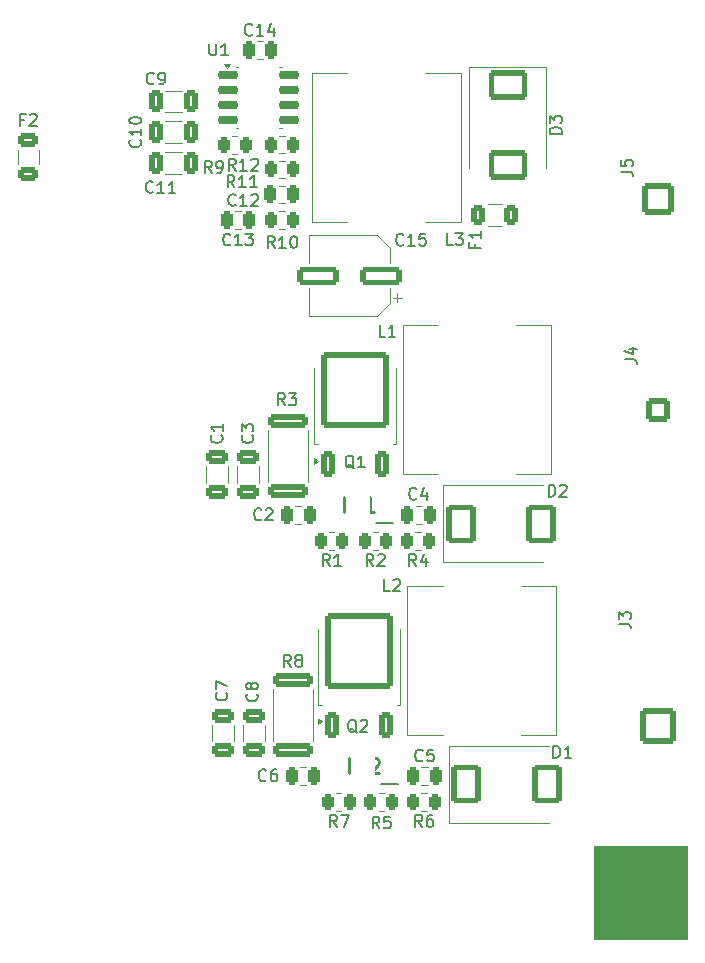
<source format=gto>
G04 #@! TF.GenerationSoftware,KiCad,Pcbnew,8.0.6*
G04 #@! TF.CreationDate,2025-04-03T20:59:00+02:00*
G04 #@! TF.ProjectId,UV-Lamp,55562d4c-616d-4702-9e6b-696361645f70,v2.0*
G04 #@! TF.SameCoordinates,Original*
G04 #@! TF.FileFunction,Legend,Top*
G04 #@! TF.FilePolarity,Positive*
%FSLAX46Y46*%
G04 Gerber Fmt 4.6, Leading zero omitted, Abs format (unit mm)*
G04 Created by KiCad (PCBNEW 8.0.6) date 2025-04-03 20:59:00*
%MOMM*%
%LPD*%
G01*
G04 APERTURE LIST*
G04 Aperture macros list*
%AMRoundRect*
0 Rectangle with rounded corners*
0 $1 Rounding radius*
0 $2 $3 $4 $5 $6 $7 $8 $9 X,Y pos of 4 corners*
0 Add a 4 corners polygon primitive as box body*
4,1,4,$2,$3,$4,$5,$6,$7,$8,$9,$2,$3,0*
0 Add four circle primitives for the rounded corners*
1,1,$1+$1,$2,$3*
1,1,$1+$1,$4,$5*
1,1,$1+$1,$6,$7*
1,1,$1+$1,$8,$9*
0 Add four rect primitives between the rounded corners*
20,1,$1+$1,$2,$3,$4,$5,0*
20,1,$1+$1,$4,$5,$6,$7,0*
20,1,$1+$1,$6,$7,$8,$9,0*
20,1,$1+$1,$8,$9,$2,$3,0*%
G04 Aperture macros list end*
%ADD10C,0.150000*%
%ADD11C,0.254000*%
%ADD12C,0.120000*%
%ADD13C,0.200000*%
%ADD14RoundRect,0.250000X0.650000X-0.325000X0.650000X0.325000X-0.650000X0.325000X-0.650000X-0.325000X0*%
%ADD15R,5.400000X2.900000*%
%ADD16RoundRect,0.250000X-0.262500X-0.450000X0.262500X-0.450000X0.262500X0.450000X-0.262500X0.450000X0*%
%ADD17R,1.400000X0.300000*%
%ADD18R,1.880000X2.050000*%
%ADD19RoundRect,0.250000X1.000000X-1.400000X1.000000X1.400000X-1.000000X1.400000X-1.000000X-1.400000X0*%
%ADD20RoundRect,0.250000X0.262500X0.450000X-0.262500X0.450000X-0.262500X-0.450000X0.262500X-0.450000X0*%
%ADD21RoundRect,0.250000X-0.250000X-0.475000X0.250000X-0.475000X0.250000X0.475000X-0.250000X0.475000X0*%
%ADD22RoundRect,0.250000X0.325000X0.650000X-0.325000X0.650000X-0.325000X-0.650000X0.325000X-0.650000X0*%
%ADD23RoundRect,0.250000X0.250000X0.475000X-0.250000X0.475000X-0.250000X-0.475000X0.250000X-0.475000X0*%
%ADD24RoundRect,0.250000X0.350000X-0.850000X0.350000X0.850000X-0.350000X0.850000X-0.350000X-0.850000X0*%
%ADD25RoundRect,0.249997X2.650003X-2.950003X2.650003X2.950003X-2.650003X2.950003X-2.650003X-2.950003X0*%
%ADD26RoundRect,0.250000X-1.400000X-1.000000X1.400000X-1.000000X1.400000X1.000000X-1.400000X1.000000X0*%
%ADD27RoundRect,0.250002X-1.699998X-1.699998X1.699998X-1.699998X1.699998X1.699998X-1.699998X1.699998X0*%
%ADD28C,5.700000*%
%ADD29RoundRect,0.250000X1.500000X0.550000X-1.500000X0.550000X-1.500000X-0.550000X1.500000X-0.550000X0*%
%ADD30RoundRect,0.250000X-0.625000X0.375000X-0.625000X-0.375000X0.625000X-0.375000X0.625000X0.375000X0*%
%ADD31RoundRect,0.250000X-0.375000X-0.625000X0.375000X-0.625000X0.375000X0.625000X-0.375000X0.625000X0*%
%ADD32R,2.400000X3.100000*%
%ADD33RoundRect,0.150000X-0.737500X-0.150000X0.737500X-0.150000X0.737500X0.150000X-0.737500X0.150000X0*%
%ADD34RoundRect,0.250000X1.125000X-1.125000X1.125000X1.125000X-1.125000X1.125000X-1.125000X-1.125000X0*%
%ADD35C,2.750000*%
%ADD36RoundRect,0.249999X1.300001X-1.300001X1.300001X1.300001X-1.300001X1.300001X-1.300001X-1.300001X0*%
%ADD37C,3.100000*%
%ADD38RoundRect,0.250001X0.799999X-0.799999X0.799999X0.799999X-0.799999X0.799999X-0.799999X-0.799999X0*%
%ADD39C,2.100000*%
%ADD40RoundRect,0.250000X1.425000X-0.362500X1.425000X0.362500X-1.425000X0.362500X-1.425000X-0.362500X0*%
%ADD41R,2.500000X2.500000*%
%ADD42C,2.500000*%
%ADD43C,4.000000*%
G04 APERTURE END LIST*
G36*
X161700000Y-126900000D02*
G01*
X169700000Y-126900000D01*
X169700000Y-134900000D01*
X161700000Y-134900000D01*
X161700000Y-126900000D01*
G37*
D10*
X132759580Y-92166666D02*
X132807200Y-92214285D01*
X132807200Y-92214285D02*
X132854819Y-92357142D01*
X132854819Y-92357142D02*
X132854819Y-92452380D01*
X132854819Y-92452380D02*
X132807200Y-92595237D01*
X132807200Y-92595237D02*
X132711961Y-92690475D01*
X132711961Y-92690475D02*
X132616723Y-92738094D01*
X132616723Y-92738094D02*
X132426247Y-92785713D01*
X132426247Y-92785713D02*
X132283390Y-92785713D01*
X132283390Y-92785713D02*
X132092914Y-92738094D01*
X132092914Y-92738094D02*
X131997676Y-92690475D01*
X131997676Y-92690475D02*
X131902438Y-92595237D01*
X131902438Y-92595237D02*
X131854819Y-92452380D01*
X131854819Y-92452380D02*
X131854819Y-92357142D01*
X131854819Y-92357142D02*
X131902438Y-92214285D01*
X131902438Y-92214285D02*
X131950057Y-92166666D01*
X131854819Y-91833332D02*
X131854819Y-91214285D01*
X131854819Y-91214285D02*
X132235771Y-91547618D01*
X132235771Y-91547618D02*
X132235771Y-91404761D01*
X132235771Y-91404761D02*
X132283390Y-91309523D01*
X132283390Y-91309523D02*
X132331009Y-91261904D01*
X132331009Y-91261904D02*
X132426247Y-91214285D01*
X132426247Y-91214285D02*
X132664342Y-91214285D01*
X132664342Y-91214285D02*
X132759580Y-91261904D01*
X132759580Y-91261904D02*
X132807200Y-91309523D01*
X132807200Y-91309523D02*
X132854819Y-91404761D01*
X132854819Y-91404761D02*
X132854819Y-91690475D01*
X132854819Y-91690475D02*
X132807200Y-91785713D01*
X132807200Y-91785713D02*
X132759580Y-91833332D01*
X149733333Y-76054819D02*
X149257143Y-76054819D01*
X149257143Y-76054819D02*
X149257143Y-75054819D01*
X149971429Y-75054819D02*
X150590476Y-75054819D01*
X150590476Y-75054819D02*
X150257143Y-75435771D01*
X150257143Y-75435771D02*
X150400000Y-75435771D01*
X150400000Y-75435771D02*
X150495238Y-75483390D01*
X150495238Y-75483390D02*
X150542857Y-75531009D01*
X150542857Y-75531009D02*
X150590476Y-75626247D01*
X150590476Y-75626247D02*
X150590476Y-75864342D01*
X150590476Y-75864342D02*
X150542857Y-75959580D01*
X150542857Y-75959580D02*
X150495238Y-76007200D01*
X150495238Y-76007200D02*
X150400000Y-76054819D01*
X150400000Y-76054819D02*
X150114286Y-76054819D01*
X150114286Y-76054819D02*
X150019048Y-76007200D01*
X150019048Y-76007200D02*
X149971429Y-75959580D01*
X129333333Y-69954819D02*
X129000000Y-69478628D01*
X128761905Y-69954819D02*
X128761905Y-68954819D01*
X128761905Y-68954819D02*
X129142857Y-68954819D01*
X129142857Y-68954819D02*
X129238095Y-69002438D01*
X129238095Y-69002438D02*
X129285714Y-69050057D01*
X129285714Y-69050057D02*
X129333333Y-69145295D01*
X129333333Y-69145295D02*
X129333333Y-69288152D01*
X129333333Y-69288152D02*
X129285714Y-69383390D01*
X129285714Y-69383390D02*
X129238095Y-69431009D01*
X129238095Y-69431009D02*
X129142857Y-69478628D01*
X129142857Y-69478628D02*
X128761905Y-69478628D01*
X129809524Y-69954819D02*
X130000000Y-69954819D01*
X130000000Y-69954819D02*
X130095238Y-69907200D01*
X130095238Y-69907200D02*
X130142857Y-69859580D01*
X130142857Y-69859580D02*
X130238095Y-69716723D01*
X130238095Y-69716723D02*
X130285714Y-69526247D01*
X130285714Y-69526247D02*
X130285714Y-69145295D01*
X130285714Y-69145295D02*
X130238095Y-69050057D01*
X130238095Y-69050057D02*
X130190476Y-69002438D01*
X130190476Y-69002438D02*
X130095238Y-68954819D01*
X130095238Y-68954819D02*
X129904762Y-68954819D01*
X129904762Y-68954819D02*
X129809524Y-69002438D01*
X129809524Y-69002438D02*
X129761905Y-69050057D01*
X129761905Y-69050057D02*
X129714286Y-69145295D01*
X129714286Y-69145295D02*
X129714286Y-69383390D01*
X129714286Y-69383390D02*
X129761905Y-69478628D01*
X129761905Y-69478628D02*
X129809524Y-69526247D01*
X129809524Y-69526247D02*
X129904762Y-69573866D01*
X129904762Y-69573866D02*
X130095238Y-69573866D01*
X130095238Y-69573866D02*
X130190476Y-69526247D01*
X130190476Y-69526247D02*
X130238095Y-69478628D01*
X130238095Y-69478628D02*
X130285714Y-69383390D01*
D11*
X140532737Y-98699318D02*
X140532737Y-97429318D01*
X141863214Y-98578365D02*
X141802738Y-98638842D01*
X141802738Y-98638842D02*
X141621309Y-98699318D01*
X141621309Y-98699318D02*
X141500357Y-98699318D01*
X141500357Y-98699318D02*
X141318928Y-98638842D01*
X141318928Y-98638842D02*
X141197976Y-98517889D01*
X141197976Y-98517889D02*
X141137499Y-98396937D01*
X141137499Y-98396937D02*
X141077023Y-98155032D01*
X141077023Y-98155032D02*
X141077023Y-97973603D01*
X141077023Y-97973603D02*
X141137499Y-97731699D01*
X141137499Y-97731699D02*
X141197976Y-97610746D01*
X141197976Y-97610746D02*
X141318928Y-97489794D01*
X141318928Y-97489794D02*
X141500357Y-97429318D01*
X141500357Y-97429318D02*
X141621309Y-97429318D01*
X141621309Y-97429318D02*
X141802738Y-97489794D01*
X141802738Y-97489794D02*
X141863214Y-97550270D01*
X143072738Y-98699318D02*
X142347023Y-98699318D01*
X142709880Y-98699318D02*
X142709880Y-97429318D01*
X142709880Y-97429318D02*
X142588928Y-97610746D01*
X142588928Y-97610746D02*
X142467976Y-97731699D01*
X142467976Y-97731699D02*
X142347023Y-97792175D01*
D10*
X158261905Y-119454819D02*
X158261905Y-118454819D01*
X158261905Y-118454819D02*
X158500000Y-118454819D01*
X158500000Y-118454819D02*
X158642857Y-118502438D01*
X158642857Y-118502438D02*
X158738095Y-118597676D01*
X158738095Y-118597676D02*
X158785714Y-118692914D01*
X158785714Y-118692914D02*
X158833333Y-118883390D01*
X158833333Y-118883390D02*
X158833333Y-119026247D01*
X158833333Y-119026247D02*
X158785714Y-119216723D01*
X158785714Y-119216723D02*
X158738095Y-119311961D01*
X158738095Y-119311961D02*
X158642857Y-119407200D01*
X158642857Y-119407200D02*
X158500000Y-119454819D01*
X158500000Y-119454819D02*
X158261905Y-119454819D01*
X159785714Y-119454819D02*
X159214286Y-119454819D01*
X159500000Y-119454819D02*
X159500000Y-118454819D01*
X159500000Y-118454819D02*
X159404762Y-118597676D01*
X159404762Y-118597676D02*
X159309524Y-118692914D01*
X159309524Y-118692914D02*
X159214286Y-118740533D01*
X146645833Y-103229819D02*
X146312500Y-102753628D01*
X146074405Y-103229819D02*
X146074405Y-102229819D01*
X146074405Y-102229819D02*
X146455357Y-102229819D01*
X146455357Y-102229819D02*
X146550595Y-102277438D01*
X146550595Y-102277438D02*
X146598214Y-102325057D01*
X146598214Y-102325057D02*
X146645833Y-102420295D01*
X146645833Y-102420295D02*
X146645833Y-102563152D01*
X146645833Y-102563152D02*
X146598214Y-102658390D01*
X146598214Y-102658390D02*
X146550595Y-102706009D01*
X146550595Y-102706009D02*
X146455357Y-102753628D01*
X146455357Y-102753628D02*
X146074405Y-102753628D01*
X147502976Y-102563152D02*
X147502976Y-103229819D01*
X147264881Y-102182200D02*
X147026786Y-102896485D01*
X147026786Y-102896485D02*
X147645833Y-102896485D01*
X130559580Y-113966666D02*
X130607200Y-114014285D01*
X130607200Y-114014285D02*
X130654819Y-114157142D01*
X130654819Y-114157142D02*
X130654819Y-114252380D01*
X130654819Y-114252380D02*
X130607200Y-114395237D01*
X130607200Y-114395237D02*
X130511961Y-114490475D01*
X130511961Y-114490475D02*
X130416723Y-114538094D01*
X130416723Y-114538094D02*
X130226247Y-114585713D01*
X130226247Y-114585713D02*
X130083390Y-114585713D01*
X130083390Y-114585713D02*
X129892914Y-114538094D01*
X129892914Y-114538094D02*
X129797676Y-114490475D01*
X129797676Y-114490475D02*
X129702438Y-114395237D01*
X129702438Y-114395237D02*
X129654819Y-114252380D01*
X129654819Y-114252380D02*
X129654819Y-114157142D01*
X129654819Y-114157142D02*
X129702438Y-114014285D01*
X129702438Y-114014285D02*
X129750057Y-113966666D01*
X129654819Y-113633332D02*
X129654819Y-112966666D01*
X129654819Y-112966666D02*
X130654819Y-113395237D01*
X146660833Y-97509580D02*
X146613214Y-97557200D01*
X146613214Y-97557200D02*
X146470357Y-97604819D01*
X146470357Y-97604819D02*
X146375119Y-97604819D01*
X146375119Y-97604819D02*
X146232262Y-97557200D01*
X146232262Y-97557200D02*
X146137024Y-97461961D01*
X146137024Y-97461961D02*
X146089405Y-97366723D01*
X146089405Y-97366723D02*
X146041786Y-97176247D01*
X146041786Y-97176247D02*
X146041786Y-97033390D01*
X146041786Y-97033390D02*
X146089405Y-96842914D01*
X146089405Y-96842914D02*
X146137024Y-96747676D01*
X146137024Y-96747676D02*
X146232262Y-96652438D01*
X146232262Y-96652438D02*
X146375119Y-96604819D01*
X146375119Y-96604819D02*
X146470357Y-96604819D01*
X146470357Y-96604819D02*
X146613214Y-96652438D01*
X146613214Y-96652438D02*
X146660833Y-96700057D01*
X147517976Y-96938152D02*
X147517976Y-97604819D01*
X147279881Y-96557200D02*
X147041786Y-97271485D01*
X147041786Y-97271485D02*
X147660833Y-97271485D01*
X124357142Y-71559580D02*
X124309523Y-71607200D01*
X124309523Y-71607200D02*
X124166666Y-71654819D01*
X124166666Y-71654819D02*
X124071428Y-71654819D01*
X124071428Y-71654819D02*
X123928571Y-71607200D01*
X123928571Y-71607200D02*
X123833333Y-71511961D01*
X123833333Y-71511961D02*
X123785714Y-71416723D01*
X123785714Y-71416723D02*
X123738095Y-71226247D01*
X123738095Y-71226247D02*
X123738095Y-71083390D01*
X123738095Y-71083390D02*
X123785714Y-70892914D01*
X123785714Y-70892914D02*
X123833333Y-70797676D01*
X123833333Y-70797676D02*
X123928571Y-70702438D01*
X123928571Y-70702438D02*
X124071428Y-70654819D01*
X124071428Y-70654819D02*
X124166666Y-70654819D01*
X124166666Y-70654819D02*
X124309523Y-70702438D01*
X124309523Y-70702438D02*
X124357142Y-70750057D01*
X125309523Y-71654819D02*
X124738095Y-71654819D01*
X125023809Y-71654819D02*
X125023809Y-70654819D01*
X125023809Y-70654819D02*
X124928571Y-70797676D01*
X124928571Y-70797676D02*
X124833333Y-70892914D01*
X124833333Y-70892914D02*
X124738095Y-70940533D01*
X126261904Y-71654819D02*
X125690476Y-71654819D01*
X125976190Y-71654819D02*
X125976190Y-70654819D01*
X125976190Y-70654819D02*
X125880952Y-70797676D01*
X125880952Y-70797676D02*
X125785714Y-70892914D01*
X125785714Y-70892914D02*
X125690476Y-70940533D01*
X147145833Y-125304819D02*
X146812500Y-124828628D01*
X146574405Y-125304819D02*
X146574405Y-124304819D01*
X146574405Y-124304819D02*
X146955357Y-124304819D01*
X146955357Y-124304819D02*
X147050595Y-124352438D01*
X147050595Y-124352438D02*
X147098214Y-124400057D01*
X147098214Y-124400057D02*
X147145833Y-124495295D01*
X147145833Y-124495295D02*
X147145833Y-124638152D01*
X147145833Y-124638152D02*
X147098214Y-124733390D01*
X147098214Y-124733390D02*
X147050595Y-124781009D01*
X147050595Y-124781009D02*
X146955357Y-124828628D01*
X146955357Y-124828628D02*
X146574405Y-124828628D01*
X148002976Y-124304819D02*
X147812500Y-124304819D01*
X147812500Y-124304819D02*
X147717262Y-124352438D01*
X147717262Y-124352438D02*
X147669643Y-124400057D01*
X147669643Y-124400057D02*
X147574405Y-124542914D01*
X147574405Y-124542914D02*
X147526786Y-124733390D01*
X147526786Y-124733390D02*
X147526786Y-125114342D01*
X147526786Y-125114342D02*
X147574405Y-125209580D01*
X147574405Y-125209580D02*
X147622024Y-125257200D01*
X147622024Y-125257200D02*
X147717262Y-125304819D01*
X147717262Y-125304819D02*
X147907738Y-125304819D01*
X147907738Y-125304819D02*
X148002976Y-125257200D01*
X148002976Y-125257200D02*
X148050595Y-125209580D01*
X148050595Y-125209580D02*
X148098214Y-125114342D01*
X148098214Y-125114342D02*
X148098214Y-124876247D01*
X148098214Y-124876247D02*
X148050595Y-124781009D01*
X148050595Y-124781009D02*
X148002976Y-124733390D01*
X148002976Y-124733390D02*
X147907738Y-124685771D01*
X147907738Y-124685771D02*
X147717262Y-124685771D01*
X147717262Y-124685771D02*
X147622024Y-124733390D01*
X147622024Y-124733390D02*
X147574405Y-124781009D01*
X147574405Y-124781009D02*
X147526786Y-124876247D01*
X139320833Y-103229819D02*
X138987500Y-102753628D01*
X138749405Y-103229819D02*
X138749405Y-102229819D01*
X138749405Y-102229819D02*
X139130357Y-102229819D01*
X139130357Y-102229819D02*
X139225595Y-102277438D01*
X139225595Y-102277438D02*
X139273214Y-102325057D01*
X139273214Y-102325057D02*
X139320833Y-102420295D01*
X139320833Y-102420295D02*
X139320833Y-102563152D01*
X139320833Y-102563152D02*
X139273214Y-102658390D01*
X139273214Y-102658390D02*
X139225595Y-102706009D01*
X139225595Y-102706009D02*
X139130357Y-102753628D01*
X139130357Y-102753628D02*
X138749405Y-102753628D01*
X140273214Y-103229819D02*
X139701786Y-103229819D01*
X139987500Y-103229819D02*
X139987500Y-102229819D01*
X139987500Y-102229819D02*
X139892262Y-102372676D01*
X139892262Y-102372676D02*
X139797024Y-102467914D01*
X139797024Y-102467914D02*
X139701786Y-102515533D01*
X130907142Y-75989580D02*
X130859523Y-76037200D01*
X130859523Y-76037200D02*
X130716666Y-76084819D01*
X130716666Y-76084819D02*
X130621428Y-76084819D01*
X130621428Y-76084819D02*
X130478571Y-76037200D01*
X130478571Y-76037200D02*
X130383333Y-75941961D01*
X130383333Y-75941961D02*
X130335714Y-75846723D01*
X130335714Y-75846723D02*
X130288095Y-75656247D01*
X130288095Y-75656247D02*
X130288095Y-75513390D01*
X130288095Y-75513390D02*
X130335714Y-75322914D01*
X130335714Y-75322914D02*
X130383333Y-75227676D01*
X130383333Y-75227676D02*
X130478571Y-75132438D01*
X130478571Y-75132438D02*
X130621428Y-75084819D01*
X130621428Y-75084819D02*
X130716666Y-75084819D01*
X130716666Y-75084819D02*
X130859523Y-75132438D01*
X130859523Y-75132438D02*
X130907142Y-75180057D01*
X131859523Y-76084819D02*
X131288095Y-76084819D01*
X131573809Y-76084819D02*
X131573809Y-75084819D01*
X131573809Y-75084819D02*
X131478571Y-75227676D01*
X131478571Y-75227676D02*
X131383333Y-75322914D01*
X131383333Y-75322914D02*
X131288095Y-75370533D01*
X132192857Y-75084819D02*
X132811904Y-75084819D01*
X132811904Y-75084819D02*
X132478571Y-75465771D01*
X132478571Y-75465771D02*
X132621428Y-75465771D01*
X132621428Y-75465771D02*
X132716666Y-75513390D01*
X132716666Y-75513390D02*
X132764285Y-75561009D01*
X132764285Y-75561009D02*
X132811904Y-75656247D01*
X132811904Y-75656247D02*
X132811904Y-75894342D01*
X132811904Y-75894342D02*
X132764285Y-75989580D01*
X132764285Y-75989580D02*
X132716666Y-76037200D01*
X132716666Y-76037200D02*
X132621428Y-76084819D01*
X132621428Y-76084819D02*
X132335714Y-76084819D01*
X132335714Y-76084819D02*
X132240476Y-76037200D01*
X132240476Y-76037200D02*
X132192857Y-75989580D01*
X141379761Y-94975057D02*
X141284523Y-94927438D01*
X141284523Y-94927438D02*
X141189285Y-94832200D01*
X141189285Y-94832200D02*
X141046428Y-94689342D01*
X141046428Y-94689342D02*
X140951190Y-94641723D01*
X140951190Y-94641723D02*
X140855952Y-94641723D01*
X140903571Y-94879819D02*
X140808333Y-94832200D01*
X140808333Y-94832200D02*
X140713095Y-94736961D01*
X140713095Y-94736961D02*
X140665476Y-94546485D01*
X140665476Y-94546485D02*
X140665476Y-94213152D01*
X140665476Y-94213152D02*
X140713095Y-94022676D01*
X140713095Y-94022676D02*
X140808333Y-93927438D01*
X140808333Y-93927438D02*
X140903571Y-93879819D01*
X140903571Y-93879819D02*
X141094047Y-93879819D01*
X141094047Y-93879819D02*
X141189285Y-93927438D01*
X141189285Y-93927438D02*
X141284523Y-94022676D01*
X141284523Y-94022676D02*
X141332142Y-94213152D01*
X141332142Y-94213152D02*
X141332142Y-94546485D01*
X141332142Y-94546485D02*
X141284523Y-94736961D01*
X141284523Y-94736961D02*
X141189285Y-94832200D01*
X141189285Y-94832200D02*
X141094047Y-94879819D01*
X141094047Y-94879819D02*
X140903571Y-94879819D01*
X142284523Y-94879819D02*
X141713095Y-94879819D01*
X141998809Y-94879819D02*
X141998809Y-93879819D01*
X141998809Y-93879819D02*
X141903571Y-94022676D01*
X141903571Y-94022676D02*
X141808333Y-94117914D01*
X141808333Y-94117914D02*
X141713095Y-94165533D01*
X144433333Y-105354819D02*
X143957143Y-105354819D01*
X143957143Y-105354819D02*
X143957143Y-104354819D01*
X144719048Y-104450057D02*
X144766667Y-104402438D01*
X144766667Y-104402438D02*
X144861905Y-104354819D01*
X144861905Y-104354819D02*
X145100000Y-104354819D01*
X145100000Y-104354819D02*
X145195238Y-104402438D01*
X145195238Y-104402438D02*
X145242857Y-104450057D01*
X145242857Y-104450057D02*
X145290476Y-104545295D01*
X145290476Y-104545295D02*
X145290476Y-104640533D01*
X145290476Y-104640533D02*
X145242857Y-104783390D01*
X145242857Y-104783390D02*
X144671429Y-105354819D01*
X144671429Y-105354819D02*
X145290476Y-105354819D01*
X144033333Y-83804819D02*
X143557143Y-83804819D01*
X143557143Y-83804819D02*
X143557143Y-82804819D01*
X144890476Y-83804819D02*
X144319048Y-83804819D01*
X144604762Y-83804819D02*
X144604762Y-82804819D01*
X144604762Y-82804819D02*
X144509524Y-82947676D01*
X144509524Y-82947676D02*
X144414286Y-83042914D01*
X144414286Y-83042914D02*
X144319048Y-83090533D01*
X158954819Y-66638094D02*
X157954819Y-66638094D01*
X157954819Y-66638094D02*
X157954819Y-66399999D01*
X157954819Y-66399999D02*
X158002438Y-66257142D01*
X158002438Y-66257142D02*
X158097676Y-66161904D01*
X158097676Y-66161904D02*
X158192914Y-66114285D01*
X158192914Y-66114285D02*
X158383390Y-66066666D01*
X158383390Y-66066666D02*
X158526247Y-66066666D01*
X158526247Y-66066666D02*
X158716723Y-66114285D01*
X158716723Y-66114285D02*
X158811961Y-66161904D01*
X158811961Y-66161904D02*
X158907200Y-66257142D01*
X158907200Y-66257142D02*
X158954819Y-66399999D01*
X158954819Y-66399999D02*
X158954819Y-66638094D01*
X157954819Y-65733332D02*
X157954819Y-65114285D01*
X157954819Y-65114285D02*
X158335771Y-65447618D01*
X158335771Y-65447618D02*
X158335771Y-65304761D01*
X158335771Y-65304761D02*
X158383390Y-65209523D01*
X158383390Y-65209523D02*
X158431009Y-65161904D01*
X158431009Y-65161904D02*
X158526247Y-65114285D01*
X158526247Y-65114285D02*
X158764342Y-65114285D01*
X158764342Y-65114285D02*
X158859580Y-65161904D01*
X158859580Y-65161904D02*
X158907200Y-65209523D01*
X158907200Y-65209523D02*
X158954819Y-65304761D01*
X158954819Y-65304761D02*
X158954819Y-65590475D01*
X158954819Y-65590475D02*
X158907200Y-65685713D01*
X158907200Y-65685713D02*
X158859580Y-65733332D01*
X145557142Y-76009580D02*
X145509523Y-76057200D01*
X145509523Y-76057200D02*
X145366666Y-76104819D01*
X145366666Y-76104819D02*
X145271428Y-76104819D01*
X145271428Y-76104819D02*
X145128571Y-76057200D01*
X145128571Y-76057200D02*
X145033333Y-75961961D01*
X145033333Y-75961961D02*
X144985714Y-75866723D01*
X144985714Y-75866723D02*
X144938095Y-75676247D01*
X144938095Y-75676247D02*
X144938095Y-75533390D01*
X144938095Y-75533390D02*
X144985714Y-75342914D01*
X144985714Y-75342914D02*
X145033333Y-75247676D01*
X145033333Y-75247676D02*
X145128571Y-75152438D01*
X145128571Y-75152438D02*
X145271428Y-75104819D01*
X145271428Y-75104819D02*
X145366666Y-75104819D01*
X145366666Y-75104819D02*
X145509523Y-75152438D01*
X145509523Y-75152438D02*
X145557142Y-75200057D01*
X146509523Y-76104819D02*
X145938095Y-76104819D01*
X146223809Y-76104819D02*
X146223809Y-75104819D01*
X146223809Y-75104819D02*
X146128571Y-75247676D01*
X146128571Y-75247676D02*
X146033333Y-75342914D01*
X146033333Y-75342914D02*
X145938095Y-75390533D01*
X147414285Y-75104819D02*
X146938095Y-75104819D01*
X146938095Y-75104819D02*
X146890476Y-75581009D01*
X146890476Y-75581009D02*
X146938095Y-75533390D01*
X146938095Y-75533390D02*
X147033333Y-75485771D01*
X147033333Y-75485771D02*
X147271428Y-75485771D01*
X147271428Y-75485771D02*
X147366666Y-75533390D01*
X147366666Y-75533390D02*
X147414285Y-75581009D01*
X147414285Y-75581009D02*
X147461904Y-75676247D01*
X147461904Y-75676247D02*
X147461904Y-75914342D01*
X147461904Y-75914342D02*
X147414285Y-76009580D01*
X147414285Y-76009580D02*
X147366666Y-76057200D01*
X147366666Y-76057200D02*
X147271428Y-76104819D01*
X147271428Y-76104819D02*
X147033333Y-76104819D01*
X147033333Y-76104819D02*
X146938095Y-76057200D01*
X146938095Y-76057200D02*
X146890476Y-76009580D01*
X133533333Y-99259580D02*
X133485714Y-99307200D01*
X133485714Y-99307200D02*
X133342857Y-99354819D01*
X133342857Y-99354819D02*
X133247619Y-99354819D01*
X133247619Y-99354819D02*
X133104762Y-99307200D01*
X133104762Y-99307200D02*
X133009524Y-99211961D01*
X133009524Y-99211961D02*
X132961905Y-99116723D01*
X132961905Y-99116723D02*
X132914286Y-98926247D01*
X132914286Y-98926247D02*
X132914286Y-98783390D01*
X132914286Y-98783390D02*
X132961905Y-98592914D01*
X132961905Y-98592914D02*
X133009524Y-98497676D01*
X133009524Y-98497676D02*
X133104762Y-98402438D01*
X133104762Y-98402438D02*
X133247619Y-98354819D01*
X133247619Y-98354819D02*
X133342857Y-98354819D01*
X133342857Y-98354819D02*
X133485714Y-98402438D01*
X133485714Y-98402438D02*
X133533333Y-98450057D01*
X133914286Y-98450057D02*
X133961905Y-98402438D01*
X133961905Y-98402438D02*
X134057143Y-98354819D01*
X134057143Y-98354819D02*
X134295238Y-98354819D01*
X134295238Y-98354819D02*
X134390476Y-98402438D01*
X134390476Y-98402438D02*
X134438095Y-98450057D01*
X134438095Y-98450057D02*
X134485714Y-98545295D01*
X134485714Y-98545295D02*
X134485714Y-98640533D01*
X134485714Y-98640533D02*
X134438095Y-98783390D01*
X134438095Y-98783390D02*
X133866667Y-99354819D01*
X133866667Y-99354819D02*
X134485714Y-99354819D01*
X113466666Y-65431009D02*
X113133333Y-65431009D01*
X113133333Y-65954819D02*
X113133333Y-64954819D01*
X113133333Y-64954819D02*
X113609523Y-64954819D01*
X113942857Y-65050057D02*
X113990476Y-65002438D01*
X113990476Y-65002438D02*
X114085714Y-64954819D01*
X114085714Y-64954819D02*
X114323809Y-64954819D01*
X114323809Y-64954819D02*
X114419047Y-65002438D01*
X114419047Y-65002438D02*
X114466666Y-65050057D01*
X114466666Y-65050057D02*
X114514285Y-65145295D01*
X114514285Y-65145295D02*
X114514285Y-65240533D01*
X114514285Y-65240533D02*
X114466666Y-65383390D01*
X114466666Y-65383390D02*
X113895238Y-65954819D01*
X113895238Y-65954819D02*
X114514285Y-65954819D01*
X124433333Y-62359580D02*
X124385714Y-62407200D01*
X124385714Y-62407200D02*
X124242857Y-62454819D01*
X124242857Y-62454819D02*
X124147619Y-62454819D01*
X124147619Y-62454819D02*
X124004762Y-62407200D01*
X124004762Y-62407200D02*
X123909524Y-62311961D01*
X123909524Y-62311961D02*
X123861905Y-62216723D01*
X123861905Y-62216723D02*
X123814286Y-62026247D01*
X123814286Y-62026247D02*
X123814286Y-61883390D01*
X123814286Y-61883390D02*
X123861905Y-61692914D01*
X123861905Y-61692914D02*
X123909524Y-61597676D01*
X123909524Y-61597676D02*
X124004762Y-61502438D01*
X124004762Y-61502438D02*
X124147619Y-61454819D01*
X124147619Y-61454819D02*
X124242857Y-61454819D01*
X124242857Y-61454819D02*
X124385714Y-61502438D01*
X124385714Y-61502438D02*
X124433333Y-61550057D01*
X124909524Y-62454819D02*
X125100000Y-62454819D01*
X125100000Y-62454819D02*
X125195238Y-62407200D01*
X125195238Y-62407200D02*
X125242857Y-62359580D01*
X125242857Y-62359580D02*
X125338095Y-62216723D01*
X125338095Y-62216723D02*
X125385714Y-62026247D01*
X125385714Y-62026247D02*
X125385714Y-61645295D01*
X125385714Y-61645295D02*
X125338095Y-61550057D01*
X125338095Y-61550057D02*
X125290476Y-61502438D01*
X125290476Y-61502438D02*
X125195238Y-61454819D01*
X125195238Y-61454819D02*
X125004762Y-61454819D01*
X125004762Y-61454819D02*
X124909524Y-61502438D01*
X124909524Y-61502438D02*
X124861905Y-61550057D01*
X124861905Y-61550057D02*
X124814286Y-61645295D01*
X124814286Y-61645295D02*
X124814286Y-61883390D01*
X124814286Y-61883390D02*
X124861905Y-61978628D01*
X124861905Y-61978628D02*
X124909524Y-62026247D01*
X124909524Y-62026247D02*
X125004762Y-62073866D01*
X125004762Y-62073866D02*
X125195238Y-62073866D01*
X125195238Y-62073866D02*
X125290476Y-62026247D01*
X125290476Y-62026247D02*
X125338095Y-61978628D01*
X125338095Y-61978628D02*
X125385714Y-61883390D01*
X133159580Y-114066666D02*
X133207200Y-114114285D01*
X133207200Y-114114285D02*
X133254819Y-114257142D01*
X133254819Y-114257142D02*
X133254819Y-114352380D01*
X133254819Y-114352380D02*
X133207200Y-114495237D01*
X133207200Y-114495237D02*
X133111961Y-114590475D01*
X133111961Y-114590475D02*
X133016723Y-114638094D01*
X133016723Y-114638094D02*
X132826247Y-114685713D01*
X132826247Y-114685713D02*
X132683390Y-114685713D01*
X132683390Y-114685713D02*
X132492914Y-114638094D01*
X132492914Y-114638094D02*
X132397676Y-114590475D01*
X132397676Y-114590475D02*
X132302438Y-114495237D01*
X132302438Y-114495237D02*
X132254819Y-114352380D01*
X132254819Y-114352380D02*
X132254819Y-114257142D01*
X132254819Y-114257142D02*
X132302438Y-114114285D01*
X132302438Y-114114285D02*
X132350057Y-114066666D01*
X132683390Y-113495237D02*
X132635771Y-113590475D01*
X132635771Y-113590475D02*
X132588152Y-113638094D01*
X132588152Y-113638094D02*
X132492914Y-113685713D01*
X132492914Y-113685713D02*
X132445295Y-113685713D01*
X132445295Y-113685713D02*
X132350057Y-113638094D01*
X132350057Y-113638094D02*
X132302438Y-113590475D01*
X132302438Y-113590475D02*
X132254819Y-113495237D01*
X132254819Y-113495237D02*
X132254819Y-113304761D01*
X132254819Y-113304761D02*
X132302438Y-113209523D01*
X132302438Y-113209523D02*
X132350057Y-113161904D01*
X132350057Y-113161904D02*
X132445295Y-113114285D01*
X132445295Y-113114285D02*
X132492914Y-113114285D01*
X132492914Y-113114285D02*
X132588152Y-113161904D01*
X132588152Y-113161904D02*
X132635771Y-113209523D01*
X132635771Y-113209523D02*
X132683390Y-113304761D01*
X132683390Y-113304761D02*
X132683390Y-113495237D01*
X132683390Y-113495237D02*
X132731009Y-113590475D01*
X132731009Y-113590475D02*
X132778628Y-113638094D01*
X132778628Y-113638094D02*
X132873866Y-113685713D01*
X132873866Y-113685713D02*
X133064342Y-113685713D01*
X133064342Y-113685713D02*
X133159580Y-113638094D01*
X133159580Y-113638094D02*
X133207200Y-113590475D01*
X133207200Y-113590475D02*
X133254819Y-113495237D01*
X133254819Y-113495237D02*
X133254819Y-113304761D01*
X133254819Y-113304761D02*
X133207200Y-113209523D01*
X133207200Y-113209523D02*
X133159580Y-113161904D01*
X133159580Y-113161904D02*
X133064342Y-113114285D01*
X133064342Y-113114285D02*
X132873866Y-113114285D01*
X132873866Y-113114285D02*
X132778628Y-113161904D01*
X132778628Y-113161904D02*
X132731009Y-113209523D01*
X132731009Y-113209523D02*
X132683390Y-113304761D01*
X151631009Y-75933333D02*
X151631009Y-76266666D01*
X152154819Y-76266666D02*
X151154819Y-76266666D01*
X151154819Y-76266666D02*
X151154819Y-75790476D01*
X152154819Y-74885714D02*
X152154819Y-75457142D01*
X152154819Y-75171428D02*
X151154819Y-75171428D01*
X151154819Y-75171428D02*
X151297676Y-75266666D01*
X151297676Y-75266666D02*
X151392914Y-75361904D01*
X151392914Y-75361904D02*
X151440533Y-75457142D01*
D11*
X140960237Y-120774318D02*
X140960237Y-119504318D01*
X142290714Y-120653365D02*
X142230238Y-120713842D01*
X142230238Y-120713842D02*
X142048809Y-120774318D01*
X142048809Y-120774318D02*
X141927857Y-120774318D01*
X141927857Y-120774318D02*
X141746428Y-120713842D01*
X141746428Y-120713842D02*
X141625476Y-120592889D01*
X141625476Y-120592889D02*
X141564999Y-120471937D01*
X141564999Y-120471937D02*
X141504523Y-120230032D01*
X141504523Y-120230032D02*
X141504523Y-120048603D01*
X141504523Y-120048603D02*
X141564999Y-119806699D01*
X141564999Y-119806699D02*
X141625476Y-119685746D01*
X141625476Y-119685746D02*
X141746428Y-119564794D01*
X141746428Y-119564794D02*
X141927857Y-119504318D01*
X141927857Y-119504318D02*
X142048809Y-119504318D01*
X142048809Y-119504318D02*
X142230238Y-119564794D01*
X142230238Y-119564794D02*
X142290714Y-119625270D01*
X142774523Y-119625270D02*
X142834999Y-119564794D01*
X142834999Y-119564794D02*
X142955952Y-119504318D01*
X142955952Y-119504318D02*
X143258333Y-119504318D01*
X143258333Y-119504318D02*
X143379285Y-119564794D01*
X143379285Y-119564794D02*
X143439761Y-119625270D01*
X143439761Y-119625270D02*
X143500238Y-119746222D01*
X143500238Y-119746222D02*
X143500238Y-119867175D01*
X143500238Y-119867175D02*
X143439761Y-120048603D01*
X143439761Y-120048603D02*
X142714047Y-120774318D01*
X142714047Y-120774318D02*
X143500238Y-120774318D01*
D10*
X157861905Y-97354819D02*
X157861905Y-96354819D01*
X157861905Y-96354819D02*
X158100000Y-96354819D01*
X158100000Y-96354819D02*
X158242857Y-96402438D01*
X158242857Y-96402438D02*
X158338095Y-96497676D01*
X158338095Y-96497676D02*
X158385714Y-96592914D01*
X158385714Y-96592914D02*
X158433333Y-96783390D01*
X158433333Y-96783390D02*
X158433333Y-96926247D01*
X158433333Y-96926247D02*
X158385714Y-97116723D01*
X158385714Y-97116723D02*
X158338095Y-97211961D01*
X158338095Y-97211961D02*
X158242857Y-97307200D01*
X158242857Y-97307200D02*
X158100000Y-97354819D01*
X158100000Y-97354819D02*
X157861905Y-97354819D01*
X158814286Y-96450057D02*
X158861905Y-96402438D01*
X158861905Y-96402438D02*
X158957143Y-96354819D01*
X158957143Y-96354819D02*
X159195238Y-96354819D01*
X159195238Y-96354819D02*
X159290476Y-96402438D01*
X159290476Y-96402438D02*
X159338095Y-96450057D01*
X159338095Y-96450057D02*
X159385714Y-96545295D01*
X159385714Y-96545295D02*
X159385714Y-96640533D01*
X159385714Y-96640533D02*
X159338095Y-96783390D01*
X159338095Y-96783390D02*
X158766667Y-97354819D01*
X158766667Y-97354819D02*
X159385714Y-97354819D01*
X131357142Y-69754819D02*
X131023809Y-69278628D01*
X130785714Y-69754819D02*
X130785714Y-68754819D01*
X130785714Y-68754819D02*
X131166666Y-68754819D01*
X131166666Y-68754819D02*
X131261904Y-68802438D01*
X131261904Y-68802438D02*
X131309523Y-68850057D01*
X131309523Y-68850057D02*
X131357142Y-68945295D01*
X131357142Y-68945295D02*
X131357142Y-69088152D01*
X131357142Y-69088152D02*
X131309523Y-69183390D01*
X131309523Y-69183390D02*
X131261904Y-69231009D01*
X131261904Y-69231009D02*
X131166666Y-69278628D01*
X131166666Y-69278628D02*
X130785714Y-69278628D01*
X132309523Y-69754819D02*
X131738095Y-69754819D01*
X132023809Y-69754819D02*
X132023809Y-68754819D01*
X132023809Y-68754819D02*
X131928571Y-68897676D01*
X131928571Y-68897676D02*
X131833333Y-68992914D01*
X131833333Y-68992914D02*
X131738095Y-69040533D01*
X132690476Y-68850057D02*
X132738095Y-68802438D01*
X132738095Y-68802438D02*
X132833333Y-68754819D01*
X132833333Y-68754819D02*
X133071428Y-68754819D01*
X133071428Y-68754819D02*
X133166666Y-68802438D01*
X133166666Y-68802438D02*
X133214285Y-68850057D01*
X133214285Y-68850057D02*
X133261904Y-68945295D01*
X133261904Y-68945295D02*
X133261904Y-69040533D01*
X133261904Y-69040533D02*
X133214285Y-69183390D01*
X133214285Y-69183390D02*
X132642857Y-69754819D01*
X132642857Y-69754819D02*
X133261904Y-69754819D01*
X129138095Y-59004819D02*
X129138095Y-59814342D01*
X129138095Y-59814342D02*
X129185714Y-59909580D01*
X129185714Y-59909580D02*
X129233333Y-59957200D01*
X129233333Y-59957200D02*
X129328571Y-60004819D01*
X129328571Y-60004819D02*
X129519047Y-60004819D01*
X129519047Y-60004819D02*
X129614285Y-59957200D01*
X129614285Y-59957200D02*
X129661904Y-59909580D01*
X129661904Y-59909580D02*
X129709523Y-59814342D01*
X129709523Y-59814342D02*
X129709523Y-59004819D01*
X130709523Y-60004819D02*
X130138095Y-60004819D01*
X130423809Y-60004819D02*
X130423809Y-59004819D01*
X130423809Y-59004819D02*
X130328571Y-59147676D01*
X130328571Y-59147676D02*
X130233333Y-59242914D01*
X130233333Y-59242914D02*
X130138095Y-59290533D01*
X141604761Y-117350057D02*
X141509523Y-117302438D01*
X141509523Y-117302438D02*
X141414285Y-117207200D01*
X141414285Y-117207200D02*
X141271428Y-117064342D01*
X141271428Y-117064342D02*
X141176190Y-117016723D01*
X141176190Y-117016723D02*
X141080952Y-117016723D01*
X141128571Y-117254819D02*
X141033333Y-117207200D01*
X141033333Y-117207200D02*
X140938095Y-117111961D01*
X140938095Y-117111961D02*
X140890476Y-116921485D01*
X140890476Y-116921485D02*
X140890476Y-116588152D01*
X140890476Y-116588152D02*
X140938095Y-116397676D01*
X140938095Y-116397676D02*
X141033333Y-116302438D01*
X141033333Y-116302438D02*
X141128571Y-116254819D01*
X141128571Y-116254819D02*
X141319047Y-116254819D01*
X141319047Y-116254819D02*
X141414285Y-116302438D01*
X141414285Y-116302438D02*
X141509523Y-116397676D01*
X141509523Y-116397676D02*
X141557142Y-116588152D01*
X141557142Y-116588152D02*
X141557142Y-116921485D01*
X141557142Y-116921485D02*
X141509523Y-117111961D01*
X141509523Y-117111961D02*
X141414285Y-117207200D01*
X141414285Y-117207200D02*
X141319047Y-117254819D01*
X141319047Y-117254819D02*
X141128571Y-117254819D01*
X141938095Y-116350057D02*
X141985714Y-116302438D01*
X141985714Y-116302438D02*
X142080952Y-116254819D01*
X142080952Y-116254819D02*
X142319047Y-116254819D01*
X142319047Y-116254819D02*
X142414285Y-116302438D01*
X142414285Y-116302438D02*
X142461904Y-116350057D01*
X142461904Y-116350057D02*
X142509523Y-116445295D01*
X142509523Y-116445295D02*
X142509523Y-116540533D01*
X142509523Y-116540533D02*
X142461904Y-116683390D01*
X142461904Y-116683390D02*
X141890476Y-117254819D01*
X141890476Y-117254819D02*
X142509523Y-117254819D01*
X131257142Y-71154819D02*
X130923809Y-70678628D01*
X130685714Y-71154819D02*
X130685714Y-70154819D01*
X130685714Y-70154819D02*
X131066666Y-70154819D01*
X131066666Y-70154819D02*
X131161904Y-70202438D01*
X131161904Y-70202438D02*
X131209523Y-70250057D01*
X131209523Y-70250057D02*
X131257142Y-70345295D01*
X131257142Y-70345295D02*
X131257142Y-70488152D01*
X131257142Y-70488152D02*
X131209523Y-70583390D01*
X131209523Y-70583390D02*
X131161904Y-70631009D01*
X131161904Y-70631009D02*
X131066666Y-70678628D01*
X131066666Y-70678628D02*
X130685714Y-70678628D01*
X132209523Y-71154819D02*
X131638095Y-71154819D01*
X131923809Y-71154819D02*
X131923809Y-70154819D01*
X131923809Y-70154819D02*
X131828571Y-70297676D01*
X131828571Y-70297676D02*
X131733333Y-70392914D01*
X131733333Y-70392914D02*
X131638095Y-70440533D01*
X133161904Y-71154819D02*
X132590476Y-71154819D01*
X132876190Y-71154819D02*
X132876190Y-70154819D01*
X132876190Y-70154819D02*
X132780952Y-70297676D01*
X132780952Y-70297676D02*
X132685714Y-70392914D01*
X132685714Y-70392914D02*
X132590476Y-70440533D01*
X163974819Y-69833333D02*
X164689104Y-69833333D01*
X164689104Y-69833333D02*
X164831961Y-69880952D01*
X164831961Y-69880952D02*
X164927200Y-69976190D01*
X164927200Y-69976190D02*
X164974819Y-70119047D01*
X164974819Y-70119047D02*
X164974819Y-70214285D01*
X163974819Y-68880952D02*
X163974819Y-69357142D01*
X163974819Y-69357142D02*
X164451009Y-69404761D01*
X164451009Y-69404761D02*
X164403390Y-69357142D01*
X164403390Y-69357142D02*
X164355771Y-69261904D01*
X164355771Y-69261904D02*
X164355771Y-69023809D01*
X164355771Y-69023809D02*
X164403390Y-68928571D01*
X164403390Y-68928571D02*
X164451009Y-68880952D01*
X164451009Y-68880952D02*
X164546247Y-68833333D01*
X164546247Y-68833333D02*
X164784342Y-68833333D01*
X164784342Y-68833333D02*
X164879580Y-68880952D01*
X164879580Y-68880952D02*
X164927200Y-68928571D01*
X164927200Y-68928571D02*
X164974819Y-69023809D01*
X164974819Y-69023809D02*
X164974819Y-69261904D01*
X164974819Y-69261904D02*
X164927200Y-69357142D01*
X164927200Y-69357142D02*
X164879580Y-69404761D01*
X131357142Y-72659580D02*
X131309523Y-72707200D01*
X131309523Y-72707200D02*
X131166666Y-72754819D01*
X131166666Y-72754819D02*
X131071428Y-72754819D01*
X131071428Y-72754819D02*
X130928571Y-72707200D01*
X130928571Y-72707200D02*
X130833333Y-72611961D01*
X130833333Y-72611961D02*
X130785714Y-72516723D01*
X130785714Y-72516723D02*
X130738095Y-72326247D01*
X130738095Y-72326247D02*
X130738095Y-72183390D01*
X130738095Y-72183390D02*
X130785714Y-71992914D01*
X130785714Y-71992914D02*
X130833333Y-71897676D01*
X130833333Y-71897676D02*
X130928571Y-71802438D01*
X130928571Y-71802438D02*
X131071428Y-71754819D01*
X131071428Y-71754819D02*
X131166666Y-71754819D01*
X131166666Y-71754819D02*
X131309523Y-71802438D01*
X131309523Y-71802438D02*
X131357142Y-71850057D01*
X132309523Y-72754819D02*
X131738095Y-72754819D01*
X132023809Y-72754819D02*
X132023809Y-71754819D01*
X132023809Y-71754819D02*
X131928571Y-71897676D01*
X131928571Y-71897676D02*
X131833333Y-71992914D01*
X131833333Y-71992914D02*
X131738095Y-72040533D01*
X132690476Y-71850057D02*
X132738095Y-71802438D01*
X132738095Y-71802438D02*
X132833333Y-71754819D01*
X132833333Y-71754819D02*
X133071428Y-71754819D01*
X133071428Y-71754819D02*
X133166666Y-71802438D01*
X133166666Y-71802438D02*
X133214285Y-71850057D01*
X133214285Y-71850057D02*
X133261904Y-71945295D01*
X133261904Y-71945295D02*
X133261904Y-72040533D01*
X133261904Y-72040533D02*
X133214285Y-72183390D01*
X133214285Y-72183390D02*
X132642857Y-72754819D01*
X132642857Y-72754819D02*
X133261904Y-72754819D01*
X132757142Y-58229580D02*
X132709523Y-58277200D01*
X132709523Y-58277200D02*
X132566666Y-58324819D01*
X132566666Y-58324819D02*
X132471428Y-58324819D01*
X132471428Y-58324819D02*
X132328571Y-58277200D01*
X132328571Y-58277200D02*
X132233333Y-58181961D01*
X132233333Y-58181961D02*
X132185714Y-58086723D01*
X132185714Y-58086723D02*
X132138095Y-57896247D01*
X132138095Y-57896247D02*
X132138095Y-57753390D01*
X132138095Y-57753390D02*
X132185714Y-57562914D01*
X132185714Y-57562914D02*
X132233333Y-57467676D01*
X132233333Y-57467676D02*
X132328571Y-57372438D01*
X132328571Y-57372438D02*
X132471428Y-57324819D01*
X132471428Y-57324819D02*
X132566666Y-57324819D01*
X132566666Y-57324819D02*
X132709523Y-57372438D01*
X132709523Y-57372438D02*
X132757142Y-57420057D01*
X133709523Y-58324819D02*
X133138095Y-58324819D01*
X133423809Y-58324819D02*
X133423809Y-57324819D01*
X133423809Y-57324819D02*
X133328571Y-57467676D01*
X133328571Y-57467676D02*
X133233333Y-57562914D01*
X133233333Y-57562914D02*
X133138095Y-57610533D01*
X134566666Y-57658152D02*
X134566666Y-58324819D01*
X134328571Y-57277200D02*
X134090476Y-57991485D01*
X134090476Y-57991485D02*
X134709523Y-57991485D01*
X143020833Y-103229819D02*
X142687500Y-102753628D01*
X142449405Y-103229819D02*
X142449405Y-102229819D01*
X142449405Y-102229819D02*
X142830357Y-102229819D01*
X142830357Y-102229819D02*
X142925595Y-102277438D01*
X142925595Y-102277438D02*
X142973214Y-102325057D01*
X142973214Y-102325057D02*
X143020833Y-102420295D01*
X143020833Y-102420295D02*
X143020833Y-102563152D01*
X143020833Y-102563152D02*
X142973214Y-102658390D01*
X142973214Y-102658390D02*
X142925595Y-102706009D01*
X142925595Y-102706009D02*
X142830357Y-102753628D01*
X142830357Y-102753628D02*
X142449405Y-102753628D01*
X143401786Y-102325057D02*
X143449405Y-102277438D01*
X143449405Y-102277438D02*
X143544643Y-102229819D01*
X143544643Y-102229819D02*
X143782738Y-102229819D01*
X143782738Y-102229819D02*
X143877976Y-102277438D01*
X143877976Y-102277438D02*
X143925595Y-102325057D01*
X143925595Y-102325057D02*
X143973214Y-102420295D01*
X143973214Y-102420295D02*
X143973214Y-102515533D01*
X143973214Y-102515533D02*
X143925595Y-102658390D01*
X143925595Y-102658390D02*
X143354167Y-103229819D01*
X143354167Y-103229819D02*
X143973214Y-103229819D01*
X163804819Y-108133333D02*
X164519104Y-108133333D01*
X164519104Y-108133333D02*
X164661961Y-108180952D01*
X164661961Y-108180952D02*
X164757200Y-108276190D01*
X164757200Y-108276190D02*
X164804819Y-108419047D01*
X164804819Y-108419047D02*
X164804819Y-108514285D01*
X163804819Y-107752380D02*
X163804819Y-107133333D01*
X163804819Y-107133333D02*
X164185771Y-107466666D01*
X164185771Y-107466666D02*
X164185771Y-107323809D01*
X164185771Y-107323809D02*
X164233390Y-107228571D01*
X164233390Y-107228571D02*
X164281009Y-107180952D01*
X164281009Y-107180952D02*
X164376247Y-107133333D01*
X164376247Y-107133333D02*
X164614342Y-107133333D01*
X164614342Y-107133333D02*
X164709580Y-107180952D01*
X164709580Y-107180952D02*
X164757200Y-107228571D01*
X164757200Y-107228571D02*
X164804819Y-107323809D01*
X164804819Y-107323809D02*
X164804819Y-107609523D01*
X164804819Y-107609523D02*
X164757200Y-107704761D01*
X164757200Y-107704761D02*
X164709580Y-107752380D01*
X139920833Y-125304819D02*
X139587500Y-124828628D01*
X139349405Y-125304819D02*
X139349405Y-124304819D01*
X139349405Y-124304819D02*
X139730357Y-124304819D01*
X139730357Y-124304819D02*
X139825595Y-124352438D01*
X139825595Y-124352438D02*
X139873214Y-124400057D01*
X139873214Y-124400057D02*
X139920833Y-124495295D01*
X139920833Y-124495295D02*
X139920833Y-124638152D01*
X139920833Y-124638152D02*
X139873214Y-124733390D01*
X139873214Y-124733390D02*
X139825595Y-124781009D01*
X139825595Y-124781009D02*
X139730357Y-124828628D01*
X139730357Y-124828628D02*
X139349405Y-124828628D01*
X140254167Y-124304819D02*
X140920833Y-124304819D01*
X140920833Y-124304819D02*
X140492262Y-125304819D01*
X164304819Y-85733333D02*
X165019104Y-85733333D01*
X165019104Y-85733333D02*
X165161961Y-85780952D01*
X165161961Y-85780952D02*
X165257200Y-85876190D01*
X165257200Y-85876190D02*
X165304819Y-86019047D01*
X165304819Y-86019047D02*
X165304819Y-86114285D01*
X164638152Y-84828571D02*
X165304819Y-84828571D01*
X164257200Y-85066666D02*
X164971485Y-85304761D01*
X164971485Y-85304761D02*
X164971485Y-84685714D01*
X134657142Y-76304819D02*
X134323809Y-75828628D01*
X134085714Y-76304819D02*
X134085714Y-75304819D01*
X134085714Y-75304819D02*
X134466666Y-75304819D01*
X134466666Y-75304819D02*
X134561904Y-75352438D01*
X134561904Y-75352438D02*
X134609523Y-75400057D01*
X134609523Y-75400057D02*
X134657142Y-75495295D01*
X134657142Y-75495295D02*
X134657142Y-75638152D01*
X134657142Y-75638152D02*
X134609523Y-75733390D01*
X134609523Y-75733390D02*
X134561904Y-75781009D01*
X134561904Y-75781009D02*
X134466666Y-75828628D01*
X134466666Y-75828628D02*
X134085714Y-75828628D01*
X135609523Y-76304819D02*
X135038095Y-76304819D01*
X135323809Y-76304819D02*
X135323809Y-75304819D01*
X135323809Y-75304819D02*
X135228571Y-75447676D01*
X135228571Y-75447676D02*
X135133333Y-75542914D01*
X135133333Y-75542914D02*
X135038095Y-75590533D01*
X136228571Y-75304819D02*
X136323809Y-75304819D01*
X136323809Y-75304819D02*
X136419047Y-75352438D01*
X136419047Y-75352438D02*
X136466666Y-75400057D01*
X136466666Y-75400057D02*
X136514285Y-75495295D01*
X136514285Y-75495295D02*
X136561904Y-75685771D01*
X136561904Y-75685771D02*
X136561904Y-75923866D01*
X136561904Y-75923866D02*
X136514285Y-76114342D01*
X136514285Y-76114342D02*
X136466666Y-76209580D01*
X136466666Y-76209580D02*
X136419047Y-76257200D01*
X136419047Y-76257200D02*
X136323809Y-76304819D01*
X136323809Y-76304819D02*
X136228571Y-76304819D01*
X136228571Y-76304819D02*
X136133333Y-76257200D01*
X136133333Y-76257200D02*
X136085714Y-76209580D01*
X136085714Y-76209580D02*
X136038095Y-76114342D01*
X136038095Y-76114342D02*
X135990476Y-75923866D01*
X135990476Y-75923866D02*
X135990476Y-75685771D01*
X135990476Y-75685771D02*
X136038095Y-75495295D01*
X136038095Y-75495295D02*
X136085714Y-75400057D01*
X136085714Y-75400057D02*
X136133333Y-75352438D01*
X136133333Y-75352438D02*
X136228571Y-75304819D01*
X133933333Y-121359580D02*
X133885714Y-121407200D01*
X133885714Y-121407200D02*
X133742857Y-121454819D01*
X133742857Y-121454819D02*
X133647619Y-121454819D01*
X133647619Y-121454819D02*
X133504762Y-121407200D01*
X133504762Y-121407200D02*
X133409524Y-121311961D01*
X133409524Y-121311961D02*
X133361905Y-121216723D01*
X133361905Y-121216723D02*
X133314286Y-121026247D01*
X133314286Y-121026247D02*
X133314286Y-120883390D01*
X133314286Y-120883390D02*
X133361905Y-120692914D01*
X133361905Y-120692914D02*
X133409524Y-120597676D01*
X133409524Y-120597676D02*
X133504762Y-120502438D01*
X133504762Y-120502438D02*
X133647619Y-120454819D01*
X133647619Y-120454819D02*
X133742857Y-120454819D01*
X133742857Y-120454819D02*
X133885714Y-120502438D01*
X133885714Y-120502438D02*
X133933333Y-120550057D01*
X134790476Y-120454819D02*
X134600000Y-120454819D01*
X134600000Y-120454819D02*
X134504762Y-120502438D01*
X134504762Y-120502438D02*
X134457143Y-120550057D01*
X134457143Y-120550057D02*
X134361905Y-120692914D01*
X134361905Y-120692914D02*
X134314286Y-120883390D01*
X134314286Y-120883390D02*
X134314286Y-121264342D01*
X134314286Y-121264342D02*
X134361905Y-121359580D01*
X134361905Y-121359580D02*
X134409524Y-121407200D01*
X134409524Y-121407200D02*
X134504762Y-121454819D01*
X134504762Y-121454819D02*
X134695238Y-121454819D01*
X134695238Y-121454819D02*
X134790476Y-121407200D01*
X134790476Y-121407200D02*
X134838095Y-121359580D01*
X134838095Y-121359580D02*
X134885714Y-121264342D01*
X134885714Y-121264342D02*
X134885714Y-121026247D01*
X134885714Y-121026247D02*
X134838095Y-120931009D01*
X134838095Y-120931009D02*
X134790476Y-120883390D01*
X134790476Y-120883390D02*
X134695238Y-120835771D01*
X134695238Y-120835771D02*
X134504762Y-120835771D01*
X134504762Y-120835771D02*
X134409524Y-120883390D01*
X134409524Y-120883390D02*
X134361905Y-120931009D01*
X134361905Y-120931009D02*
X134314286Y-121026247D01*
X147183333Y-119679580D02*
X147135714Y-119727200D01*
X147135714Y-119727200D02*
X146992857Y-119774819D01*
X146992857Y-119774819D02*
X146897619Y-119774819D01*
X146897619Y-119774819D02*
X146754762Y-119727200D01*
X146754762Y-119727200D02*
X146659524Y-119631961D01*
X146659524Y-119631961D02*
X146611905Y-119536723D01*
X146611905Y-119536723D02*
X146564286Y-119346247D01*
X146564286Y-119346247D02*
X146564286Y-119203390D01*
X146564286Y-119203390D02*
X146611905Y-119012914D01*
X146611905Y-119012914D02*
X146659524Y-118917676D01*
X146659524Y-118917676D02*
X146754762Y-118822438D01*
X146754762Y-118822438D02*
X146897619Y-118774819D01*
X146897619Y-118774819D02*
X146992857Y-118774819D01*
X146992857Y-118774819D02*
X147135714Y-118822438D01*
X147135714Y-118822438D02*
X147183333Y-118870057D01*
X148088095Y-118774819D02*
X147611905Y-118774819D01*
X147611905Y-118774819D02*
X147564286Y-119251009D01*
X147564286Y-119251009D02*
X147611905Y-119203390D01*
X147611905Y-119203390D02*
X147707143Y-119155771D01*
X147707143Y-119155771D02*
X147945238Y-119155771D01*
X147945238Y-119155771D02*
X148040476Y-119203390D01*
X148040476Y-119203390D02*
X148088095Y-119251009D01*
X148088095Y-119251009D02*
X148135714Y-119346247D01*
X148135714Y-119346247D02*
X148135714Y-119584342D01*
X148135714Y-119584342D02*
X148088095Y-119679580D01*
X148088095Y-119679580D02*
X148040476Y-119727200D01*
X148040476Y-119727200D02*
X147945238Y-119774819D01*
X147945238Y-119774819D02*
X147707143Y-119774819D01*
X147707143Y-119774819D02*
X147611905Y-119727200D01*
X147611905Y-119727200D02*
X147564286Y-119679580D01*
X135533333Y-89604819D02*
X135200000Y-89128628D01*
X134961905Y-89604819D02*
X134961905Y-88604819D01*
X134961905Y-88604819D02*
X135342857Y-88604819D01*
X135342857Y-88604819D02*
X135438095Y-88652438D01*
X135438095Y-88652438D02*
X135485714Y-88700057D01*
X135485714Y-88700057D02*
X135533333Y-88795295D01*
X135533333Y-88795295D02*
X135533333Y-88938152D01*
X135533333Y-88938152D02*
X135485714Y-89033390D01*
X135485714Y-89033390D02*
X135438095Y-89081009D01*
X135438095Y-89081009D02*
X135342857Y-89128628D01*
X135342857Y-89128628D02*
X134961905Y-89128628D01*
X135866667Y-88604819D02*
X136485714Y-88604819D01*
X136485714Y-88604819D02*
X136152381Y-88985771D01*
X136152381Y-88985771D02*
X136295238Y-88985771D01*
X136295238Y-88985771D02*
X136390476Y-89033390D01*
X136390476Y-89033390D02*
X136438095Y-89081009D01*
X136438095Y-89081009D02*
X136485714Y-89176247D01*
X136485714Y-89176247D02*
X136485714Y-89414342D01*
X136485714Y-89414342D02*
X136438095Y-89509580D01*
X136438095Y-89509580D02*
X136390476Y-89557200D01*
X136390476Y-89557200D02*
X136295238Y-89604819D01*
X136295238Y-89604819D02*
X136009524Y-89604819D01*
X136009524Y-89604819D02*
X135914286Y-89557200D01*
X135914286Y-89557200D02*
X135866667Y-89509580D01*
X130159580Y-92166666D02*
X130207200Y-92214285D01*
X130207200Y-92214285D02*
X130254819Y-92357142D01*
X130254819Y-92357142D02*
X130254819Y-92452380D01*
X130254819Y-92452380D02*
X130207200Y-92595237D01*
X130207200Y-92595237D02*
X130111961Y-92690475D01*
X130111961Y-92690475D02*
X130016723Y-92738094D01*
X130016723Y-92738094D02*
X129826247Y-92785713D01*
X129826247Y-92785713D02*
X129683390Y-92785713D01*
X129683390Y-92785713D02*
X129492914Y-92738094D01*
X129492914Y-92738094D02*
X129397676Y-92690475D01*
X129397676Y-92690475D02*
X129302438Y-92595237D01*
X129302438Y-92595237D02*
X129254819Y-92452380D01*
X129254819Y-92452380D02*
X129254819Y-92357142D01*
X129254819Y-92357142D02*
X129302438Y-92214285D01*
X129302438Y-92214285D02*
X129350057Y-92166666D01*
X130254819Y-91214285D02*
X130254819Y-91785713D01*
X130254819Y-91499999D02*
X129254819Y-91499999D01*
X129254819Y-91499999D02*
X129397676Y-91595237D01*
X129397676Y-91595237D02*
X129492914Y-91690475D01*
X129492914Y-91690475D02*
X129540533Y-91785713D01*
X143533333Y-125454819D02*
X143200000Y-124978628D01*
X142961905Y-125454819D02*
X142961905Y-124454819D01*
X142961905Y-124454819D02*
X143342857Y-124454819D01*
X143342857Y-124454819D02*
X143438095Y-124502438D01*
X143438095Y-124502438D02*
X143485714Y-124550057D01*
X143485714Y-124550057D02*
X143533333Y-124645295D01*
X143533333Y-124645295D02*
X143533333Y-124788152D01*
X143533333Y-124788152D02*
X143485714Y-124883390D01*
X143485714Y-124883390D02*
X143438095Y-124931009D01*
X143438095Y-124931009D02*
X143342857Y-124978628D01*
X143342857Y-124978628D02*
X142961905Y-124978628D01*
X144438095Y-124454819D02*
X143961905Y-124454819D01*
X143961905Y-124454819D02*
X143914286Y-124931009D01*
X143914286Y-124931009D02*
X143961905Y-124883390D01*
X143961905Y-124883390D02*
X144057143Y-124835771D01*
X144057143Y-124835771D02*
X144295238Y-124835771D01*
X144295238Y-124835771D02*
X144390476Y-124883390D01*
X144390476Y-124883390D02*
X144438095Y-124931009D01*
X144438095Y-124931009D02*
X144485714Y-125026247D01*
X144485714Y-125026247D02*
X144485714Y-125264342D01*
X144485714Y-125264342D02*
X144438095Y-125359580D01*
X144438095Y-125359580D02*
X144390476Y-125407200D01*
X144390476Y-125407200D02*
X144295238Y-125454819D01*
X144295238Y-125454819D02*
X144057143Y-125454819D01*
X144057143Y-125454819D02*
X143961905Y-125407200D01*
X143961905Y-125407200D02*
X143914286Y-125359580D01*
X136033333Y-111754819D02*
X135700000Y-111278628D01*
X135461905Y-111754819D02*
X135461905Y-110754819D01*
X135461905Y-110754819D02*
X135842857Y-110754819D01*
X135842857Y-110754819D02*
X135938095Y-110802438D01*
X135938095Y-110802438D02*
X135985714Y-110850057D01*
X135985714Y-110850057D02*
X136033333Y-110945295D01*
X136033333Y-110945295D02*
X136033333Y-111088152D01*
X136033333Y-111088152D02*
X135985714Y-111183390D01*
X135985714Y-111183390D02*
X135938095Y-111231009D01*
X135938095Y-111231009D02*
X135842857Y-111278628D01*
X135842857Y-111278628D02*
X135461905Y-111278628D01*
X136604762Y-111183390D02*
X136509524Y-111135771D01*
X136509524Y-111135771D02*
X136461905Y-111088152D01*
X136461905Y-111088152D02*
X136414286Y-110992914D01*
X136414286Y-110992914D02*
X136414286Y-110945295D01*
X136414286Y-110945295D02*
X136461905Y-110850057D01*
X136461905Y-110850057D02*
X136509524Y-110802438D01*
X136509524Y-110802438D02*
X136604762Y-110754819D01*
X136604762Y-110754819D02*
X136795238Y-110754819D01*
X136795238Y-110754819D02*
X136890476Y-110802438D01*
X136890476Y-110802438D02*
X136938095Y-110850057D01*
X136938095Y-110850057D02*
X136985714Y-110945295D01*
X136985714Y-110945295D02*
X136985714Y-110992914D01*
X136985714Y-110992914D02*
X136938095Y-111088152D01*
X136938095Y-111088152D02*
X136890476Y-111135771D01*
X136890476Y-111135771D02*
X136795238Y-111183390D01*
X136795238Y-111183390D02*
X136604762Y-111183390D01*
X136604762Y-111183390D02*
X136509524Y-111231009D01*
X136509524Y-111231009D02*
X136461905Y-111278628D01*
X136461905Y-111278628D02*
X136414286Y-111373866D01*
X136414286Y-111373866D02*
X136414286Y-111564342D01*
X136414286Y-111564342D02*
X136461905Y-111659580D01*
X136461905Y-111659580D02*
X136509524Y-111707200D01*
X136509524Y-111707200D02*
X136604762Y-111754819D01*
X136604762Y-111754819D02*
X136795238Y-111754819D01*
X136795238Y-111754819D02*
X136890476Y-111707200D01*
X136890476Y-111707200D02*
X136938095Y-111659580D01*
X136938095Y-111659580D02*
X136985714Y-111564342D01*
X136985714Y-111564342D02*
X136985714Y-111373866D01*
X136985714Y-111373866D02*
X136938095Y-111278628D01*
X136938095Y-111278628D02*
X136890476Y-111231009D01*
X136890476Y-111231009D02*
X136795238Y-111183390D01*
X123259580Y-67142857D02*
X123307200Y-67190476D01*
X123307200Y-67190476D02*
X123354819Y-67333333D01*
X123354819Y-67333333D02*
X123354819Y-67428571D01*
X123354819Y-67428571D02*
X123307200Y-67571428D01*
X123307200Y-67571428D02*
X123211961Y-67666666D01*
X123211961Y-67666666D02*
X123116723Y-67714285D01*
X123116723Y-67714285D02*
X122926247Y-67761904D01*
X122926247Y-67761904D02*
X122783390Y-67761904D01*
X122783390Y-67761904D02*
X122592914Y-67714285D01*
X122592914Y-67714285D02*
X122497676Y-67666666D01*
X122497676Y-67666666D02*
X122402438Y-67571428D01*
X122402438Y-67571428D02*
X122354819Y-67428571D01*
X122354819Y-67428571D02*
X122354819Y-67333333D01*
X122354819Y-67333333D02*
X122402438Y-67190476D01*
X122402438Y-67190476D02*
X122450057Y-67142857D01*
X123354819Y-66190476D02*
X123354819Y-66761904D01*
X123354819Y-66476190D02*
X122354819Y-66476190D01*
X122354819Y-66476190D02*
X122497676Y-66571428D01*
X122497676Y-66571428D02*
X122592914Y-66666666D01*
X122592914Y-66666666D02*
X122640533Y-66761904D01*
X122354819Y-65571428D02*
X122354819Y-65476190D01*
X122354819Y-65476190D02*
X122402438Y-65380952D01*
X122402438Y-65380952D02*
X122450057Y-65333333D01*
X122450057Y-65333333D02*
X122545295Y-65285714D01*
X122545295Y-65285714D02*
X122735771Y-65238095D01*
X122735771Y-65238095D02*
X122973866Y-65238095D01*
X122973866Y-65238095D02*
X123164342Y-65285714D01*
X123164342Y-65285714D02*
X123259580Y-65333333D01*
X123259580Y-65333333D02*
X123307200Y-65380952D01*
X123307200Y-65380952D02*
X123354819Y-65476190D01*
X123354819Y-65476190D02*
X123354819Y-65571428D01*
X123354819Y-65571428D02*
X123307200Y-65666666D01*
X123307200Y-65666666D02*
X123259580Y-65714285D01*
X123259580Y-65714285D02*
X123164342Y-65761904D01*
X123164342Y-65761904D02*
X122973866Y-65809523D01*
X122973866Y-65809523D02*
X122735771Y-65809523D01*
X122735771Y-65809523D02*
X122545295Y-65761904D01*
X122545295Y-65761904D02*
X122450057Y-65714285D01*
X122450057Y-65714285D02*
X122402438Y-65666666D01*
X122402438Y-65666666D02*
X122354819Y-65571428D01*
D12*
X131490000Y-96186252D02*
X131490000Y-94763748D01*
X133310000Y-96186252D02*
X133310000Y-94763748D01*
X137800000Y-61500000D02*
X140800000Y-61500000D01*
X137800000Y-74100000D02*
X137800000Y-61500000D01*
X140800000Y-74100000D02*
X137800000Y-74100000D01*
X147400000Y-61500000D02*
X150400000Y-61500000D01*
X150400000Y-61500000D02*
X150400000Y-74100000D01*
X150400000Y-74100000D02*
X147400000Y-74100000D01*
X131060436Y-66865000D02*
X131514564Y-66865000D01*
X131060436Y-68335000D02*
X131514564Y-68335000D01*
D13*
X144672500Y-99625000D02*
X143272500Y-99625000D01*
D12*
X149390000Y-118450000D02*
X157900000Y-118450000D01*
X149390000Y-124950000D02*
X149390000Y-118450000D01*
X149390000Y-124950000D02*
X157900000Y-124950000D01*
X147039564Y-100390000D02*
X146585436Y-100390000D01*
X147039564Y-101860000D02*
X146585436Y-101860000D01*
X129390000Y-118086252D02*
X129390000Y-116663748D01*
X131210000Y-118086252D02*
X131210000Y-116663748D01*
X146588748Y-98190000D02*
X147111252Y-98190000D01*
X146588748Y-99660000D02*
X147111252Y-99660000D01*
X126836252Y-68190000D02*
X125413748Y-68190000D01*
X126836252Y-70010000D02*
X125413748Y-70010000D01*
X147539564Y-122465000D02*
X147085436Y-122465000D01*
X147539564Y-123935000D02*
X147085436Y-123935000D01*
X139714564Y-100390000D02*
X139260436Y-100390000D01*
X139714564Y-101860000D02*
X139260436Y-101860000D01*
X131811252Y-73215000D02*
X131288748Y-73215000D01*
X131811252Y-74685000D02*
X131288748Y-74685000D01*
X138025000Y-86475000D02*
X138025000Y-92895000D01*
X138025000Y-92895000D02*
X138295000Y-92895000D01*
X144925000Y-86475000D02*
X144925000Y-92895000D01*
X144925000Y-92895000D02*
X144655000Y-92895000D01*
X138335000Y-94315000D02*
X138005000Y-94555000D01*
X138005000Y-94075000D01*
X138335000Y-94315000D01*
G36*
X138335000Y-94315000D02*
G01*
X138005000Y-94555000D01*
X138005000Y-94075000D01*
X138335000Y-94315000D01*
G37*
X145900000Y-104900000D02*
X148900000Y-104900000D01*
X145900000Y-117500000D02*
X145900000Y-104900000D01*
X148900000Y-117500000D02*
X145900000Y-117500000D01*
X155500000Y-104900000D02*
X158500000Y-104900000D01*
X158500000Y-104900000D02*
X158500000Y-117500000D01*
X158500000Y-117500000D02*
X155500000Y-117500000D01*
X145500000Y-82800000D02*
X148500000Y-82800000D01*
X145500000Y-95400000D02*
X145500000Y-82800000D01*
X148500000Y-95400000D02*
X145500000Y-95400000D01*
X155100000Y-82800000D02*
X158100000Y-82800000D01*
X158100000Y-82800000D02*
X158100000Y-95400000D01*
X158100000Y-95400000D02*
X155100000Y-95400000D01*
X151150000Y-60990000D02*
X151150000Y-69500000D01*
X151150000Y-60990000D02*
X157650000Y-60990000D01*
X157650000Y-60990000D02*
X157650000Y-69500000D01*
X137590000Y-75240000D02*
X137590000Y-77590000D01*
X137590000Y-82060000D02*
X137590000Y-79710000D01*
X143345563Y-75240000D02*
X137590000Y-75240000D01*
X143345563Y-82060000D02*
X137590000Y-82060000D01*
X144410000Y-76304437D02*
X143345563Y-75240000D01*
X144410000Y-76304437D02*
X144410000Y-77590000D01*
X144410000Y-80995563D02*
X143345563Y-82060000D01*
X144410000Y-80995563D02*
X144410000Y-79710000D01*
X145043750Y-80891250D02*
X145043750Y-80103750D01*
X145437500Y-80497500D02*
X144650000Y-80497500D01*
X136411248Y-98190000D02*
X136933752Y-98190000D01*
X136411248Y-99660000D02*
X136933752Y-99660000D01*
X112890000Y-67997936D02*
X112890000Y-69202064D01*
X114710000Y-67997936D02*
X114710000Y-69202064D01*
X126836252Y-62990000D02*
X125413748Y-62990000D01*
X126836252Y-64810000D02*
X125413748Y-64810000D01*
X131990000Y-118086252D02*
X131990000Y-116663748D01*
X133810000Y-118086252D02*
X133810000Y-116663748D01*
X152697936Y-72590000D02*
X153902064Y-72590000D01*
X152697936Y-74410000D02*
X153902064Y-74410000D01*
D13*
X145100000Y-121700000D02*
X143700000Y-121700000D01*
D12*
X148890000Y-96400000D02*
X157400000Y-96400000D01*
X148890000Y-102900000D02*
X148890000Y-96400000D01*
X148890000Y-102900000D02*
X157400000Y-102900000D01*
X135514564Y-66815000D02*
X135060436Y-66815000D01*
X135514564Y-68285000D02*
X135060436Y-68285000D01*
X131589416Y-60990000D02*
X131350000Y-60990000D01*
X131589416Y-66110000D02*
X131350000Y-66110000D01*
X135010584Y-60990000D02*
X135250000Y-60990000D01*
X135010584Y-66110000D02*
X135250000Y-66110000D01*
X130600000Y-61085000D02*
X130360000Y-60755000D01*
X130840000Y-60755000D01*
X130600000Y-61085000D01*
G36*
X130600000Y-61085000D02*
G01*
X130360000Y-60755000D01*
X130840000Y-60755000D01*
X130600000Y-61085000D01*
G37*
X138370000Y-108550000D02*
X138370000Y-114970000D01*
X138370000Y-114970000D02*
X138640000Y-114970000D01*
X145270000Y-108550000D02*
X145270000Y-114970000D01*
X145270000Y-114970000D02*
X145000000Y-114970000D01*
X138680000Y-116390000D02*
X138350000Y-116630000D01*
X138350000Y-116150000D01*
X138680000Y-116390000D01*
G36*
X138680000Y-116390000D02*
G01*
X138350000Y-116630000D01*
X138350000Y-116150000D01*
X138680000Y-116390000D01*
G37*
X135514564Y-68915000D02*
X135060436Y-68915000D01*
X135514564Y-70385000D02*
X135060436Y-70385000D01*
X135511252Y-71015000D02*
X134988748Y-71015000D01*
X135511252Y-72485000D02*
X134988748Y-72485000D01*
X133138748Y-58815000D02*
X133661252Y-58815000D01*
X133138748Y-60285000D02*
X133661252Y-60285000D01*
X143414564Y-100390000D02*
X142960436Y-100390000D01*
X143414564Y-101860000D02*
X142960436Y-101860000D01*
X140314564Y-122465000D02*
X139860436Y-122465000D01*
X140314564Y-123935000D02*
X139860436Y-123935000D01*
X135514564Y-73215000D02*
X135060436Y-73215000D01*
X135514564Y-74685000D02*
X135060436Y-74685000D01*
X136788748Y-120265000D02*
X137311252Y-120265000D01*
X136788748Y-121735000D02*
X137311252Y-121735000D01*
X147088748Y-120265000D02*
X147611252Y-120265000D01*
X147088748Y-121735000D02*
X147611252Y-121735000D01*
X134062500Y-96102064D02*
X134062500Y-91747936D01*
X137482500Y-96102064D02*
X137482500Y-91747936D01*
X128890000Y-96186252D02*
X128890000Y-94763748D01*
X130710000Y-96186252D02*
X130710000Y-94763748D01*
X143914564Y-122465000D02*
X143460436Y-122465000D01*
X143914564Y-123935000D02*
X143460436Y-123935000D01*
X134490000Y-118039564D02*
X134490000Y-113685436D01*
X137910000Y-118039564D02*
X137910000Y-113685436D01*
X126836252Y-65590000D02*
X125413748Y-65590000D01*
X126836252Y-67410000D02*
X125413748Y-67410000D01*
%LPC*%
D14*
X132400000Y-96950000D03*
X132400000Y-94000000D03*
D15*
X144100000Y-62850000D03*
X144100000Y-72750000D03*
D16*
X130375000Y-67600000D03*
X132200000Y-67600000D03*
D17*
X143972500Y-99125000D03*
X143972500Y-98625000D03*
X143972500Y-98125000D03*
X143972500Y-97625000D03*
X143972500Y-97125000D03*
X139572500Y-97125000D03*
X139572500Y-97625000D03*
X139572500Y-98125000D03*
X139572500Y-98625000D03*
X139572500Y-99125000D03*
D18*
X141772500Y-98125000D03*
D19*
X150900000Y-121700000D03*
X157700000Y-121700000D03*
D20*
X147725000Y-101125000D03*
X145900000Y-101125000D03*
D14*
X130300000Y-118850000D03*
X130300000Y-115900000D03*
D21*
X145900000Y-98925000D03*
X147800000Y-98925000D03*
D22*
X127600000Y-69100000D03*
X124650000Y-69100000D03*
D20*
X148225000Y-123200000D03*
X146400000Y-123200000D03*
X140400000Y-101125000D03*
X138575000Y-101125000D03*
D23*
X132500000Y-73950000D03*
X130600000Y-73950000D03*
D24*
X139195000Y-94625000D03*
D25*
X141475000Y-88325000D03*
D24*
X143755000Y-94625000D03*
D15*
X152200000Y-116150000D03*
X152200000Y-106250000D03*
X151800000Y-94050000D03*
X151800000Y-84150000D03*
D26*
X154400000Y-62500000D03*
X154400000Y-69300000D03*
D27*
X141100000Y-148800000D03*
D28*
X167100000Y-59800000D03*
D29*
X143700000Y-78650000D03*
X138300000Y-78650000D03*
D21*
X135722500Y-98925000D03*
X137622500Y-98925000D03*
D30*
X113800000Y-67200000D03*
X113800000Y-70000000D03*
D28*
X167100000Y-148800000D03*
D22*
X127600000Y-63900000D03*
X124650000Y-63900000D03*
D14*
X132900000Y-118850000D03*
X132900000Y-115900000D03*
D31*
X151900000Y-73500000D03*
X154700000Y-73500000D03*
D17*
X144400000Y-121200000D03*
X144400000Y-120700000D03*
X144400000Y-120200000D03*
X144400000Y-119700000D03*
X144400000Y-119200000D03*
X140000000Y-119200000D03*
X140000000Y-119700000D03*
X140000000Y-120200000D03*
X140000000Y-120700000D03*
X140000000Y-121200000D03*
D18*
X142200000Y-120200000D03*
D19*
X150400000Y-99650000D03*
X157200000Y-99650000D03*
D20*
X136200000Y-67550000D03*
X134375000Y-67550000D03*
D28*
X111100000Y-148800000D03*
D32*
X133300000Y-63550000D03*
D33*
X130737500Y-61645000D03*
X130737500Y-62915000D03*
X130737500Y-64185000D03*
X130737500Y-65455000D03*
X135862500Y-65455000D03*
X135862500Y-64185000D03*
X135862500Y-62915000D03*
X135862500Y-61645000D03*
D24*
X139540000Y-116700000D03*
D25*
X141820000Y-110400000D03*
D24*
X144100000Y-116700000D03*
D20*
X136200000Y-69650000D03*
X134375000Y-69650000D03*
D34*
X167100000Y-72200000D03*
D35*
X167100000Y-66800000D03*
D23*
X136200000Y-71750000D03*
X134300000Y-71750000D03*
D21*
X132450000Y-59550000D03*
X134350000Y-59550000D03*
D20*
X144100000Y-101125000D03*
X142275000Y-101125000D03*
D36*
X167100000Y-116800000D03*
D37*
X167100000Y-110800000D03*
X167100000Y-104800000D03*
X167100000Y-98800000D03*
D27*
X155100000Y-148800000D03*
D20*
X141000000Y-123200000D03*
X139175000Y-123200000D03*
D38*
X167100000Y-90000000D03*
D39*
X167100000Y-85400000D03*
X167100000Y-80800000D03*
D20*
X136200000Y-73950000D03*
X134375000Y-73950000D03*
D21*
X136100000Y-121000000D03*
X138000000Y-121000000D03*
X146400000Y-121000000D03*
X148300000Y-121000000D03*
D40*
X135772500Y-96887500D03*
X135772500Y-90962500D03*
D14*
X129800000Y-96950000D03*
X129800000Y-94000000D03*
D20*
X144600000Y-123200000D03*
X142775000Y-123200000D03*
D40*
X136200000Y-118825000D03*
X136200000Y-112900000D03*
D22*
X127600000Y-66500000D03*
X124650000Y-66500000D03*
D41*
X155057500Y-138300000D03*
D42*
X148307500Y-138300000D03*
D43*
X113807500Y-62300000D03*
X119307500Y-62300000D03*
%LPD*%
M02*

</source>
